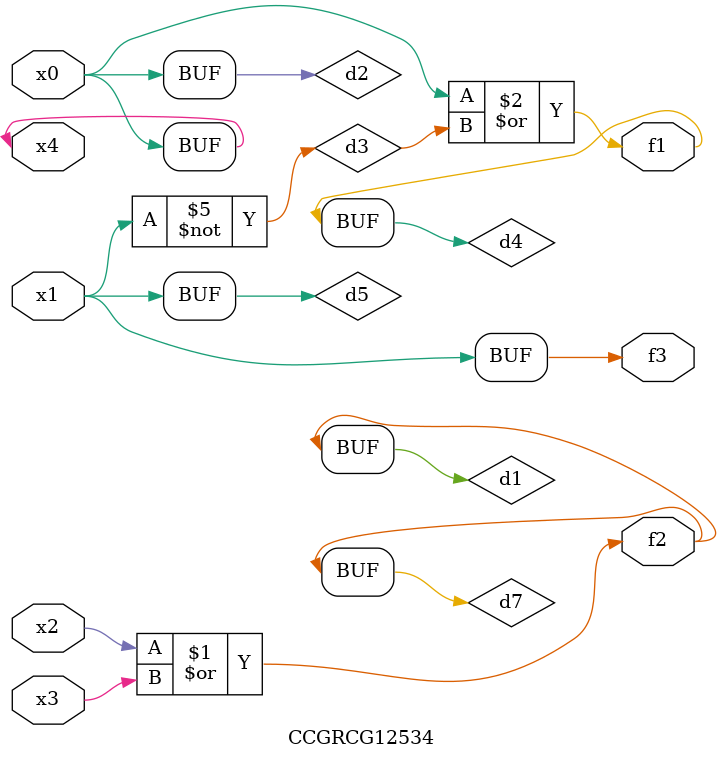
<source format=v>
module CCGRCG12534(
	input x0, x1, x2, x3, x4,
	output f1, f2, f3
);

	wire d1, d2, d3, d4, d5, d6, d7;

	or (d1, x2, x3);
	buf (d2, x0, x4);
	not (d3, x1);
	or (d4, d2, d3);
	not (d5, d3);
	nand (d6, d1, d3);
	or (d7, d1);
	assign f1 = d4;
	assign f2 = d7;
	assign f3 = d5;
endmodule

</source>
